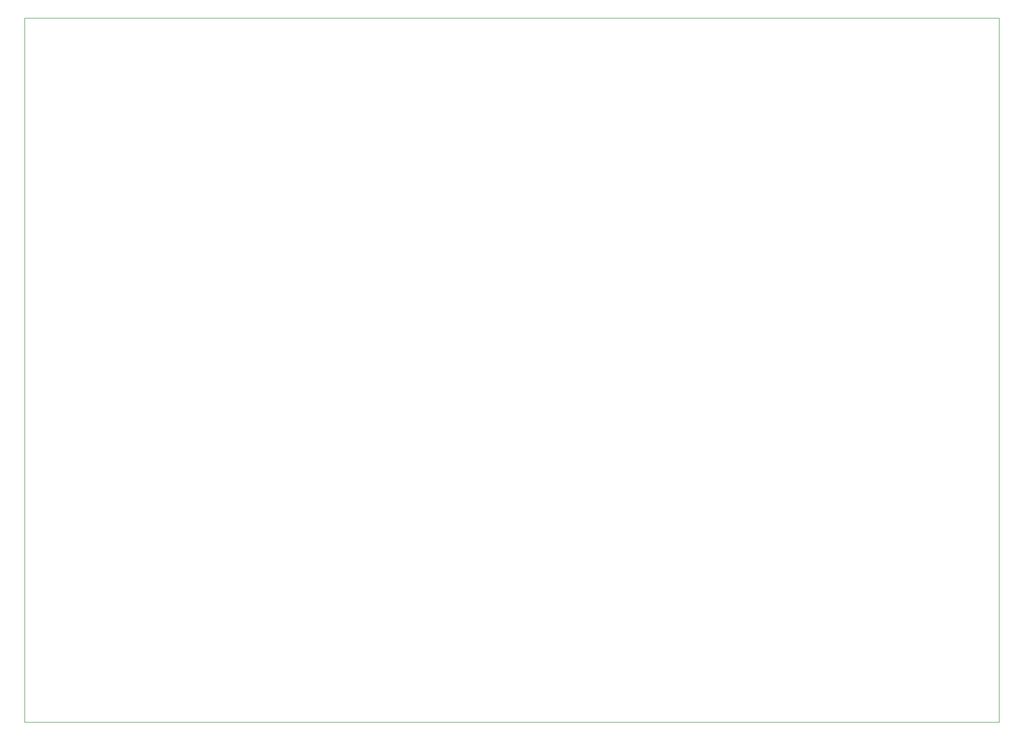
<source format=gbr>
%TF.GenerationSoftware,KiCad,Pcbnew,7.0.2*%
%TF.CreationDate,2023-06-03T11:17:19+05:30*%
%TF.ProjectId,gerb,67657262-2e6b-4696-9361-645f70636258,rev?*%
%TF.SameCoordinates,Original*%
%TF.FileFunction,Profile,NP*%
%FSLAX46Y46*%
G04 Gerber Fmt 4.6, Leading zero omitted, Abs format (unit mm)*
G04 Created by KiCad (PCBNEW 7.0.2) date 2023-06-03 11:17:19*
%MOMM*%
%LPD*%
G01*
G04 APERTURE LIST*
%TA.AperFunction,Profile*%
%ADD10C,0.100000*%
%TD*%
G04 APERTURE END LIST*
D10*
X43180000Y-17780000D02*
X208280000Y-17780000D01*
X208280000Y-137160000D01*
X43180000Y-137160000D01*
X43180000Y-17780000D01*
M02*

</source>
